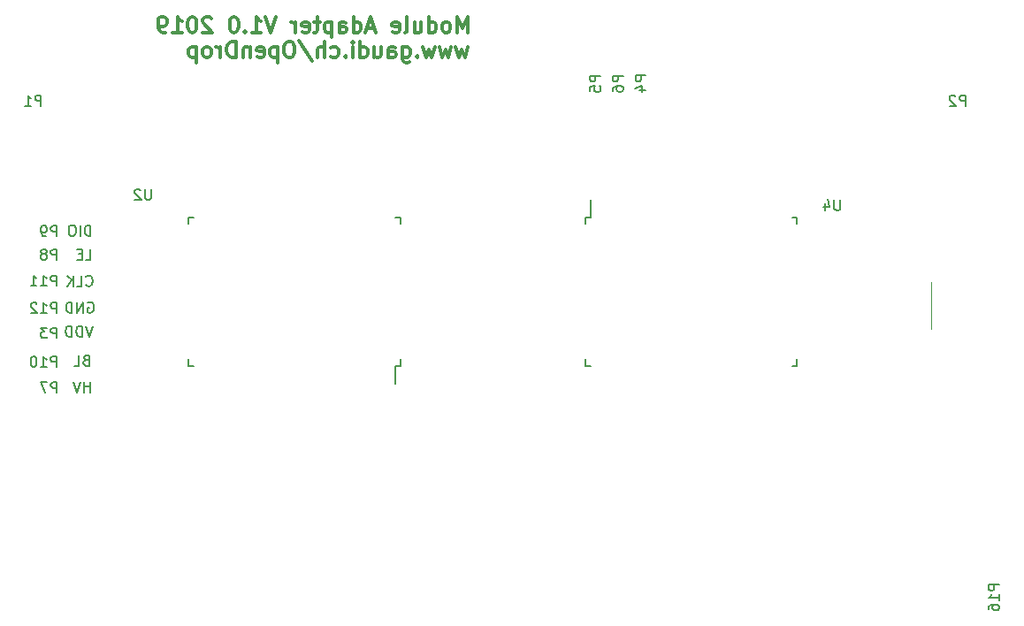
<source format=gbr>
G04 #@! TF.GenerationSoftware,KiCad,Pcbnew,5.0.2-bee76a0~70~ubuntu18.04.1*
G04 #@! TF.CreationDate,2019-04-15T15:13:08+02:00*
G04 #@! TF.ProjectId,ModulAdapter,4d6f6475-6c41-4646-9170-7465722e6b69,rev?*
G04 #@! TF.SameCoordinates,Original*
G04 #@! TF.FileFunction,Legend,Bot*
G04 #@! TF.FilePolarity,Positive*
%FSLAX46Y46*%
G04 Gerber Fmt 4.6, Leading zero omitted, Abs format (unit mm)*
G04 Created by KiCad (PCBNEW 5.0.2-bee76a0~70~ubuntu18.04.1) date Mo 15 Apr 2019 15:13:08 CEST*
%MOMM*%
%LPD*%
G01*
G04 APERTURE LIST*
%ADD10C,0.100000*%
%ADD11C,0.200000*%
%ADD12C,0.300000*%
%ADD13C,0.150000*%
G04 APERTURE END LIST*
D10*
X142000000Y-98603000D02*
X142000000Y-103048000D01*
D11*
X61420285Y-109123380D02*
X61420285Y-108123380D01*
X61420285Y-108599571D02*
X60848857Y-108599571D01*
X60848857Y-109123380D02*
X60848857Y-108123380D01*
X60515523Y-108123380D02*
X60182190Y-109123380D01*
X59848857Y-108123380D01*
X61658333Y-102789380D02*
X61325000Y-103789380D01*
X60991666Y-102789380D01*
X60658333Y-103789380D02*
X60658333Y-102789380D01*
X60420238Y-102789380D01*
X60277380Y-102837000D01*
X60182142Y-102932238D01*
X60134523Y-103027476D01*
X60086904Y-103217952D01*
X60086904Y-103360809D01*
X60134523Y-103551285D01*
X60182142Y-103646523D01*
X60277380Y-103741761D01*
X60420238Y-103789380D01*
X60658333Y-103789380D01*
X59658333Y-103789380D02*
X59658333Y-102789380D01*
X59420238Y-102789380D01*
X59277380Y-102837000D01*
X59182142Y-102932238D01*
X59134523Y-103027476D01*
X59086904Y-103217952D01*
X59086904Y-103360809D01*
X59134523Y-103551285D01*
X59182142Y-103646523D01*
X59277380Y-103741761D01*
X59420238Y-103789380D01*
X59658333Y-103789380D01*
X61213904Y-100551000D02*
X61309142Y-100503380D01*
X61452000Y-100503380D01*
X61594857Y-100551000D01*
X61690095Y-100646238D01*
X61737714Y-100741476D01*
X61785333Y-100931952D01*
X61785333Y-101074809D01*
X61737714Y-101265285D01*
X61690095Y-101360523D01*
X61594857Y-101455761D01*
X61452000Y-101503380D01*
X61356761Y-101503380D01*
X61213904Y-101455761D01*
X61166285Y-101408142D01*
X61166285Y-101074809D01*
X61356761Y-101074809D01*
X60737714Y-101503380D02*
X60737714Y-100503380D01*
X60166285Y-101503380D01*
X60166285Y-100503380D01*
X59690095Y-101503380D02*
X59690095Y-100503380D01*
X59452000Y-100503380D01*
X59309142Y-100551000D01*
X59213904Y-100646238D01*
X59166285Y-100741476D01*
X59118666Y-100931952D01*
X59118666Y-101074809D01*
X59166285Y-101265285D01*
X59213904Y-101360523D01*
X59309142Y-101455761D01*
X59452000Y-101503380D01*
X59690095Y-101503380D01*
X61047238Y-98868142D02*
X61094857Y-98915761D01*
X61237714Y-98963380D01*
X61332952Y-98963380D01*
X61475809Y-98915761D01*
X61571047Y-98820523D01*
X61618666Y-98725285D01*
X61666285Y-98534809D01*
X61666285Y-98391952D01*
X61618666Y-98201476D01*
X61571047Y-98106238D01*
X61475809Y-98011000D01*
X61332952Y-97963380D01*
X61237714Y-97963380D01*
X61094857Y-98011000D01*
X61047238Y-98058619D01*
X60142476Y-98963380D02*
X60618666Y-98963380D01*
X60618666Y-97963380D01*
X59809142Y-98963380D02*
X59809142Y-97963380D01*
X59237714Y-98963380D02*
X59666285Y-98391952D01*
X59237714Y-97963380D02*
X59809142Y-98534809D01*
X60975857Y-96423380D02*
X61452047Y-96423380D01*
X61452047Y-95423380D01*
X60642523Y-95899571D02*
X60309190Y-95899571D01*
X60166333Y-96423380D02*
X60642523Y-96423380D01*
X60642523Y-95423380D01*
X60166333Y-95423380D01*
X61475809Y-94137380D02*
X61475809Y-93137380D01*
X61237714Y-93137380D01*
X61094857Y-93185000D01*
X60999619Y-93280238D01*
X60952000Y-93375476D01*
X60904380Y-93565952D01*
X60904380Y-93708809D01*
X60952000Y-93899285D01*
X60999619Y-93994523D01*
X61094857Y-94089761D01*
X61237714Y-94137380D01*
X61475809Y-94137380D01*
X60475809Y-94137380D02*
X60475809Y-93137380D01*
X59809142Y-93137380D02*
X59618666Y-93137380D01*
X59523428Y-93185000D01*
X59428190Y-93280238D01*
X59380571Y-93470714D01*
X59380571Y-93804047D01*
X59428190Y-93994523D01*
X59523428Y-94089761D01*
X59618666Y-94137380D01*
X59809142Y-94137380D01*
X59904380Y-94089761D01*
X59999619Y-93994523D01*
X60047238Y-93804047D01*
X60047238Y-93470714D01*
X59999619Y-93280238D01*
X59904380Y-93185000D01*
X59809142Y-93137380D01*
X61039333Y-106059571D02*
X60896476Y-106107190D01*
X60848857Y-106154809D01*
X60801238Y-106250047D01*
X60801238Y-106392904D01*
X60848857Y-106488142D01*
X60896476Y-106535761D01*
X60991714Y-106583380D01*
X61372666Y-106583380D01*
X61372666Y-105583380D01*
X61039333Y-105583380D01*
X60944095Y-105631000D01*
X60896476Y-105678619D01*
X60848857Y-105773857D01*
X60848857Y-105869095D01*
X60896476Y-105964333D01*
X60944095Y-106011952D01*
X61039333Y-106059571D01*
X61372666Y-106059571D01*
X59896476Y-106583380D02*
X60372666Y-106583380D01*
X60372666Y-105583380D01*
D12*
X97565714Y-74668571D02*
X97565714Y-73168571D01*
X97065714Y-74240000D01*
X96565714Y-73168571D01*
X96565714Y-74668571D01*
X95637142Y-74668571D02*
X95780000Y-74597142D01*
X95851428Y-74525714D01*
X95922857Y-74382857D01*
X95922857Y-73954285D01*
X95851428Y-73811428D01*
X95780000Y-73740000D01*
X95637142Y-73668571D01*
X95422857Y-73668571D01*
X95280000Y-73740000D01*
X95208571Y-73811428D01*
X95137142Y-73954285D01*
X95137142Y-74382857D01*
X95208571Y-74525714D01*
X95280000Y-74597142D01*
X95422857Y-74668571D01*
X95637142Y-74668571D01*
X93851428Y-74668571D02*
X93851428Y-73168571D01*
X93851428Y-74597142D02*
X93994285Y-74668571D01*
X94280000Y-74668571D01*
X94422857Y-74597142D01*
X94494285Y-74525714D01*
X94565714Y-74382857D01*
X94565714Y-73954285D01*
X94494285Y-73811428D01*
X94422857Y-73740000D01*
X94280000Y-73668571D01*
X93994285Y-73668571D01*
X93851428Y-73740000D01*
X92494285Y-73668571D02*
X92494285Y-74668571D01*
X93137142Y-73668571D02*
X93137142Y-74454285D01*
X93065714Y-74597142D01*
X92922857Y-74668571D01*
X92708571Y-74668571D01*
X92565714Y-74597142D01*
X92494285Y-74525714D01*
X91565714Y-74668571D02*
X91708571Y-74597142D01*
X91780000Y-74454285D01*
X91780000Y-73168571D01*
X90422857Y-74597142D02*
X90565714Y-74668571D01*
X90851428Y-74668571D01*
X90994285Y-74597142D01*
X91065714Y-74454285D01*
X91065714Y-73882857D01*
X90994285Y-73740000D01*
X90851428Y-73668571D01*
X90565714Y-73668571D01*
X90422857Y-73740000D01*
X90351428Y-73882857D01*
X90351428Y-74025714D01*
X91065714Y-74168571D01*
X88637142Y-74240000D02*
X87922857Y-74240000D01*
X88780000Y-74668571D02*
X88280000Y-73168571D01*
X87780000Y-74668571D01*
X86637142Y-74668571D02*
X86637142Y-73168571D01*
X86637142Y-74597142D02*
X86780000Y-74668571D01*
X87065714Y-74668571D01*
X87208571Y-74597142D01*
X87280000Y-74525714D01*
X87351428Y-74382857D01*
X87351428Y-73954285D01*
X87280000Y-73811428D01*
X87208571Y-73740000D01*
X87065714Y-73668571D01*
X86780000Y-73668571D01*
X86637142Y-73740000D01*
X85280000Y-74668571D02*
X85280000Y-73882857D01*
X85351428Y-73740000D01*
X85494285Y-73668571D01*
X85780000Y-73668571D01*
X85922857Y-73740000D01*
X85280000Y-74597142D02*
X85422857Y-74668571D01*
X85780000Y-74668571D01*
X85922857Y-74597142D01*
X85994285Y-74454285D01*
X85994285Y-74311428D01*
X85922857Y-74168571D01*
X85780000Y-74097142D01*
X85422857Y-74097142D01*
X85280000Y-74025714D01*
X84565714Y-73668571D02*
X84565714Y-75168571D01*
X84565714Y-73740000D02*
X84422857Y-73668571D01*
X84137142Y-73668571D01*
X83994285Y-73740000D01*
X83922857Y-73811428D01*
X83851428Y-73954285D01*
X83851428Y-74382857D01*
X83922857Y-74525714D01*
X83994285Y-74597142D01*
X84137142Y-74668571D01*
X84422857Y-74668571D01*
X84565714Y-74597142D01*
X83422857Y-73668571D02*
X82851428Y-73668571D01*
X83208571Y-73168571D02*
X83208571Y-74454285D01*
X83137142Y-74597142D01*
X82994285Y-74668571D01*
X82851428Y-74668571D01*
X81780000Y-74597142D02*
X81922857Y-74668571D01*
X82208571Y-74668571D01*
X82351428Y-74597142D01*
X82422857Y-74454285D01*
X82422857Y-73882857D01*
X82351428Y-73740000D01*
X82208571Y-73668571D01*
X81922857Y-73668571D01*
X81780000Y-73740000D01*
X81708571Y-73882857D01*
X81708571Y-74025714D01*
X82422857Y-74168571D01*
X81065714Y-74668571D02*
X81065714Y-73668571D01*
X81065714Y-73954285D02*
X80994285Y-73811428D01*
X80922857Y-73740000D01*
X80780000Y-73668571D01*
X80637142Y-73668571D01*
X79208571Y-73168571D02*
X78708571Y-74668571D01*
X78208571Y-73168571D01*
X76922857Y-74668571D02*
X77780000Y-74668571D01*
X77351428Y-74668571D02*
X77351428Y-73168571D01*
X77494285Y-73382857D01*
X77637142Y-73525714D01*
X77780000Y-73597142D01*
X76280000Y-74525714D02*
X76208571Y-74597142D01*
X76280000Y-74668571D01*
X76351428Y-74597142D01*
X76280000Y-74525714D01*
X76280000Y-74668571D01*
X75280000Y-73168571D02*
X75137142Y-73168571D01*
X74994285Y-73240000D01*
X74922857Y-73311428D01*
X74851428Y-73454285D01*
X74780000Y-73740000D01*
X74780000Y-74097142D01*
X74851428Y-74382857D01*
X74922857Y-74525714D01*
X74994285Y-74597142D01*
X75137142Y-74668571D01*
X75280000Y-74668571D01*
X75422857Y-74597142D01*
X75494285Y-74525714D01*
X75565714Y-74382857D01*
X75637142Y-74097142D01*
X75637142Y-73740000D01*
X75565714Y-73454285D01*
X75494285Y-73311428D01*
X75422857Y-73240000D01*
X75280000Y-73168571D01*
X73065714Y-73311428D02*
X72994285Y-73240000D01*
X72851428Y-73168571D01*
X72494285Y-73168571D01*
X72351428Y-73240000D01*
X72280000Y-73311428D01*
X72208571Y-73454285D01*
X72208571Y-73597142D01*
X72280000Y-73811428D01*
X73137142Y-74668571D01*
X72208571Y-74668571D01*
X71280000Y-73168571D02*
X71137142Y-73168571D01*
X70994285Y-73240000D01*
X70922857Y-73311428D01*
X70851428Y-73454285D01*
X70780000Y-73740000D01*
X70780000Y-74097142D01*
X70851428Y-74382857D01*
X70922857Y-74525714D01*
X70994285Y-74597142D01*
X71137142Y-74668571D01*
X71280000Y-74668571D01*
X71422857Y-74597142D01*
X71494285Y-74525714D01*
X71565714Y-74382857D01*
X71637142Y-74097142D01*
X71637142Y-73740000D01*
X71565714Y-73454285D01*
X71494285Y-73311428D01*
X71422857Y-73240000D01*
X71280000Y-73168571D01*
X69351428Y-74668571D02*
X70208571Y-74668571D01*
X69780000Y-74668571D02*
X69780000Y-73168571D01*
X69922857Y-73382857D01*
X70065714Y-73525714D01*
X70208571Y-73597142D01*
X68637142Y-74668571D02*
X68351428Y-74668571D01*
X68208571Y-74597142D01*
X68137142Y-74525714D01*
X67994285Y-74311428D01*
X67922857Y-74025714D01*
X67922857Y-73454285D01*
X67994285Y-73311428D01*
X68065714Y-73240000D01*
X68208571Y-73168571D01*
X68494285Y-73168571D01*
X68637142Y-73240000D01*
X68708571Y-73311428D01*
X68780000Y-73454285D01*
X68780000Y-73811428D01*
X68708571Y-73954285D01*
X68637142Y-74025714D01*
X68494285Y-74097142D01*
X68208571Y-74097142D01*
X68065714Y-74025714D01*
X67994285Y-73954285D01*
X67922857Y-73811428D01*
X97582857Y-76058571D02*
X97297142Y-77058571D01*
X97011428Y-76344285D01*
X96725714Y-77058571D01*
X96440000Y-76058571D01*
X96011428Y-76058571D02*
X95725714Y-77058571D01*
X95440000Y-76344285D01*
X95154285Y-77058571D01*
X94868571Y-76058571D01*
X94440000Y-76058571D02*
X94154285Y-77058571D01*
X93868571Y-76344285D01*
X93582857Y-77058571D01*
X93297142Y-76058571D01*
X92725714Y-76915714D02*
X92654285Y-76987142D01*
X92725714Y-77058571D01*
X92797142Y-76987142D01*
X92725714Y-76915714D01*
X92725714Y-77058571D01*
X91368571Y-76058571D02*
X91368571Y-77272857D01*
X91440000Y-77415714D01*
X91511428Y-77487142D01*
X91654285Y-77558571D01*
X91868571Y-77558571D01*
X92011428Y-77487142D01*
X91368571Y-76987142D02*
X91511428Y-77058571D01*
X91797142Y-77058571D01*
X91940000Y-76987142D01*
X92011428Y-76915714D01*
X92082857Y-76772857D01*
X92082857Y-76344285D01*
X92011428Y-76201428D01*
X91940000Y-76130000D01*
X91797142Y-76058571D01*
X91511428Y-76058571D01*
X91368571Y-76130000D01*
X90011428Y-77058571D02*
X90011428Y-76272857D01*
X90082857Y-76130000D01*
X90225714Y-76058571D01*
X90511428Y-76058571D01*
X90654285Y-76130000D01*
X90011428Y-76987142D02*
X90154285Y-77058571D01*
X90511428Y-77058571D01*
X90654285Y-76987142D01*
X90725714Y-76844285D01*
X90725714Y-76701428D01*
X90654285Y-76558571D01*
X90511428Y-76487142D01*
X90154285Y-76487142D01*
X90011428Y-76415714D01*
X88654285Y-76058571D02*
X88654285Y-77058571D01*
X89297142Y-76058571D02*
X89297142Y-76844285D01*
X89225714Y-76987142D01*
X89082857Y-77058571D01*
X88868571Y-77058571D01*
X88725714Y-76987142D01*
X88654285Y-76915714D01*
X87297142Y-77058571D02*
X87297142Y-75558571D01*
X87297142Y-76987142D02*
X87440000Y-77058571D01*
X87725714Y-77058571D01*
X87868571Y-76987142D01*
X87940000Y-76915714D01*
X88011428Y-76772857D01*
X88011428Y-76344285D01*
X87940000Y-76201428D01*
X87868571Y-76130000D01*
X87725714Y-76058571D01*
X87440000Y-76058571D01*
X87297142Y-76130000D01*
X86582857Y-77058571D02*
X86582857Y-76058571D01*
X86582857Y-75558571D02*
X86654285Y-75630000D01*
X86582857Y-75701428D01*
X86511428Y-75630000D01*
X86582857Y-75558571D01*
X86582857Y-75701428D01*
X85868571Y-76915714D02*
X85797142Y-76987142D01*
X85868571Y-77058571D01*
X85940000Y-76987142D01*
X85868571Y-76915714D01*
X85868571Y-77058571D01*
X84511428Y-76987142D02*
X84654285Y-77058571D01*
X84940000Y-77058571D01*
X85082857Y-76987142D01*
X85154285Y-76915714D01*
X85225714Y-76772857D01*
X85225714Y-76344285D01*
X85154285Y-76201428D01*
X85082857Y-76130000D01*
X84940000Y-76058571D01*
X84654285Y-76058571D01*
X84511428Y-76130000D01*
X83868571Y-77058571D02*
X83868571Y-75558571D01*
X83225714Y-77058571D02*
X83225714Y-76272857D01*
X83297142Y-76130000D01*
X83440000Y-76058571D01*
X83654285Y-76058571D01*
X83797142Y-76130000D01*
X83868571Y-76201428D01*
X81440000Y-75487142D02*
X82725714Y-77415714D01*
X80654285Y-75558571D02*
X80368571Y-75558571D01*
X80225714Y-75630000D01*
X80082857Y-75772857D01*
X80011428Y-76058571D01*
X80011428Y-76558571D01*
X80082857Y-76844285D01*
X80225714Y-76987142D01*
X80368571Y-77058571D01*
X80654285Y-77058571D01*
X80797142Y-76987142D01*
X80940000Y-76844285D01*
X81011428Y-76558571D01*
X81011428Y-76058571D01*
X80940000Y-75772857D01*
X80797142Y-75630000D01*
X80654285Y-75558571D01*
X79368571Y-76058571D02*
X79368571Y-77558571D01*
X79368571Y-76130000D02*
X79225714Y-76058571D01*
X78940000Y-76058571D01*
X78797142Y-76130000D01*
X78725714Y-76201428D01*
X78654285Y-76344285D01*
X78654285Y-76772857D01*
X78725714Y-76915714D01*
X78797142Y-76987142D01*
X78940000Y-77058571D01*
X79225714Y-77058571D01*
X79368571Y-76987142D01*
X77440000Y-76987142D02*
X77582857Y-77058571D01*
X77868571Y-77058571D01*
X78011428Y-76987142D01*
X78082857Y-76844285D01*
X78082857Y-76272857D01*
X78011428Y-76130000D01*
X77868571Y-76058571D01*
X77582857Y-76058571D01*
X77440000Y-76130000D01*
X77368571Y-76272857D01*
X77368571Y-76415714D01*
X78082857Y-76558571D01*
X76725714Y-76058571D02*
X76725714Y-77058571D01*
X76725714Y-76201428D02*
X76654285Y-76130000D01*
X76511428Y-76058571D01*
X76297142Y-76058571D01*
X76154285Y-76130000D01*
X76082857Y-76272857D01*
X76082857Y-77058571D01*
X75368571Y-77058571D02*
X75368571Y-75558571D01*
X75011428Y-75558571D01*
X74797142Y-75630000D01*
X74654285Y-75772857D01*
X74582857Y-75915714D01*
X74511428Y-76201428D01*
X74511428Y-76415714D01*
X74582857Y-76701428D01*
X74654285Y-76844285D01*
X74797142Y-76987142D01*
X75011428Y-77058571D01*
X75368571Y-77058571D01*
X73868571Y-77058571D02*
X73868571Y-76058571D01*
X73868571Y-76344285D02*
X73797142Y-76201428D01*
X73725714Y-76130000D01*
X73582857Y-76058571D01*
X73440000Y-76058571D01*
X72725714Y-77058571D02*
X72868571Y-76987142D01*
X72940000Y-76915714D01*
X73011428Y-76772857D01*
X73011428Y-76344285D01*
X72940000Y-76201428D01*
X72868571Y-76130000D01*
X72725714Y-76058571D01*
X72511428Y-76058571D01*
X72368571Y-76130000D01*
X72297142Y-76201428D01*
X72225714Y-76344285D01*
X72225714Y-76772857D01*
X72297142Y-76915714D01*
X72368571Y-76987142D01*
X72511428Y-77058571D01*
X72725714Y-77058571D01*
X71582857Y-76058571D02*
X71582857Y-77558571D01*
X71582857Y-76130000D02*
X71440000Y-76058571D01*
X71154285Y-76058571D01*
X71011428Y-76130000D01*
X70940000Y-76201428D01*
X70868571Y-76344285D01*
X70868571Y-76772857D01*
X70940000Y-76915714D01*
X71011428Y-76987142D01*
X71154285Y-77058571D01*
X71440000Y-77058571D01*
X71582857Y-76987142D01*
D13*
G04 #@! TO.C,U4*
X108875000Y-92375000D02*
X109325000Y-92375000D01*
X108875000Y-106625000D02*
X109325000Y-106625000D01*
X129125000Y-106625000D02*
X128675000Y-106625000D01*
X129125000Y-92375000D02*
X128675000Y-92375000D01*
X108875000Y-92375000D02*
X108875000Y-93025000D01*
X129125000Y-92375000D02*
X129125000Y-93025000D01*
X129125000Y-106625000D02*
X129125000Y-105975000D01*
X108875000Y-106625000D02*
X108875000Y-105975000D01*
X109325000Y-92375000D02*
X109325000Y-90700000D01*
G04 #@! TO.C,U2*
X91125000Y-106625000D02*
X90675000Y-106625000D01*
X91125000Y-92375000D02*
X90675000Y-92375000D01*
X70875000Y-92375000D02*
X71325000Y-92375000D01*
X70875000Y-106625000D02*
X71325000Y-106625000D01*
X91125000Y-106625000D02*
X91125000Y-105975000D01*
X70875000Y-106625000D02*
X70875000Y-105975000D01*
X70875000Y-92375000D02*
X70875000Y-93025000D01*
X91125000Y-92375000D02*
X91125000Y-93025000D01*
X90675000Y-106625000D02*
X90675000Y-108300000D01*
G04 #@! TO.C,P1*
X56738095Y-81702380D02*
X56738095Y-80702380D01*
X56357142Y-80702380D01*
X56261904Y-80750000D01*
X56214285Y-80797619D01*
X56166666Y-80892857D01*
X56166666Y-81035714D01*
X56214285Y-81130952D01*
X56261904Y-81178571D01*
X56357142Y-81226190D01*
X56738095Y-81226190D01*
X55214285Y-81702380D02*
X55785714Y-81702380D01*
X55500000Y-81702380D02*
X55500000Y-80702380D01*
X55595238Y-80845238D01*
X55690476Y-80940476D01*
X55785714Y-80988095D01*
G04 #@! TO.C,P9*
X58238095Y-94202380D02*
X58238095Y-93202380D01*
X57857142Y-93202380D01*
X57761904Y-93250000D01*
X57714285Y-93297619D01*
X57666666Y-93392857D01*
X57666666Y-93535714D01*
X57714285Y-93630952D01*
X57761904Y-93678571D01*
X57857142Y-93726190D01*
X58238095Y-93726190D01*
X57190476Y-94202380D02*
X57000000Y-94202380D01*
X56904761Y-94154761D01*
X56857142Y-94107142D01*
X56761904Y-93964285D01*
X56714285Y-93773809D01*
X56714285Y-93392857D01*
X56761904Y-93297619D01*
X56809523Y-93250000D01*
X56904761Y-93202380D01*
X57095238Y-93202380D01*
X57190476Y-93250000D01*
X57238095Y-93297619D01*
X57285714Y-93392857D01*
X57285714Y-93630952D01*
X57238095Y-93726190D01*
X57190476Y-93773809D01*
X57095238Y-93821428D01*
X56904761Y-93821428D01*
X56809523Y-93773809D01*
X56761904Y-93726190D01*
X56714285Y-93630952D01*
G04 #@! TO.C,P8*
X58238095Y-96452380D02*
X58238095Y-95452380D01*
X57857142Y-95452380D01*
X57761904Y-95500000D01*
X57714285Y-95547619D01*
X57666666Y-95642857D01*
X57666666Y-95785714D01*
X57714285Y-95880952D01*
X57761904Y-95928571D01*
X57857142Y-95976190D01*
X58238095Y-95976190D01*
X57095238Y-95880952D02*
X57190476Y-95833333D01*
X57238095Y-95785714D01*
X57285714Y-95690476D01*
X57285714Y-95642857D01*
X57238095Y-95547619D01*
X57190476Y-95500000D01*
X57095238Y-95452380D01*
X56904761Y-95452380D01*
X56809523Y-95500000D01*
X56761904Y-95547619D01*
X56714285Y-95642857D01*
X56714285Y-95690476D01*
X56761904Y-95785714D01*
X56809523Y-95833333D01*
X56904761Y-95880952D01*
X57095238Y-95880952D01*
X57190476Y-95928571D01*
X57238095Y-95976190D01*
X57285714Y-96071428D01*
X57285714Y-96261904D01*
X57238095Y-96357142D01*
X57190476Y-96404761D01*
X57095238Y-96452380D01*
X56904761Y-96452380D01*
X56809523Y-96404761D01*
X56761904Y-96357142D01*
X56714285Y-96261904D01*
X56714285Y-96071428D01*
X56761904Y-95976190D01*
X56809523Y-95928571D01*
X56904761Y-95880952D01*
G04 #@! TO.C,P2*
X145238095Y-81702380D02*
X145238095Y-80702380D01*
X144857142Y-80702380D01*
X144761904Y-80750000D01*
X144714285Y-80797619D01*
X144666666Y-80892857D01*
X144666666Y-81035714D01*
X144714285Y-81130952D01*
X144761904Y-81178571D01*
X144857142Y-81226190D01*
X145238095Y-81226190D01*
X144285714Y-80797619D02*
X144238095Y-80750000D01*
X144142857Y-80702380D01*
X143904761Y-80702380D01*
X143809523Y-80750000D01*
X143761904Y-80797619D01*
X143714285Y-80892857D01*
X143714285Y-80988095D01*
X143761904Y-81130952D01*
X144333333Y-81702380D01*
X143714285Y-81702380D01*
G04 #@! TO.C,P3*
X58238095Y-103952380D02*
X58238095Y-102952380D01*
X57857142Y-102952380D01*
X57761904Y-103000000D01*
X57714285Y-103047619D01*
X57666666Y-103142857D01*
X57666666Y-103285714D01*
X57714285Y-103380952D01*
X57761904Y-103428571D01*
X57857142Y-103476190D01*
X58238095Y-103476190D01*
X57333333Y-102952380D02*
X56714285Y-102952380D01*
X57047619Y-103333333D01*
X56904761Y-103333333D01*
X56809523Y-103380952D01*
X56761904Y-103428571D01*
X56714285Y-103523809D01*
X56714285Y-103761904D01*
X56761904Y-103857142D01*
X56809523Y-103904761D01*
X56904761Y-103952380D01*
X57190476Y-103952380D01*
X57285714Y-103904761D01*
X57333333Y-103857142D01*
G04 #@! TO.C,P7*
X58238095Y-109182380D02*
X58238095Y-108182380D01*
X57857142Y-108182380D01*
X57761904Y-108230000D01*
X57714285Y-108277619D01*
X57666666Y-108372857D01*
X57666666Y-108515714D01*
X57714285Y-108610952D01*
X57761904Y-108658571D01*
X57857142Y-108706190D01*
X58238095Y-108706190D01*
X57333333Y-108182380D02*
X56666666Y-108182380D01*
X57095238Y-109182380D01*
G04 #@! TO.C,P10*
X58214285Y-106702380D02*
X58214285Y-105702380D01*
X57833333Y-105702380D01*
X57738095Y-105750000D01*
X57690476Y-105797619D01*
X57642857Y-105892857D01*
X57642857Y-106035714D01*
X57690476Y-106130952D01*
X57738095Y-106178571D01*
X57833333Y-106226190D01*
X58214285Y-106226190D01*
X56690476Y-106702380D02*
X57261904Y-106702380D01*
X56976190Y-106702380D02*
X56976190Y-105702380D01*
X57071428Y-105845238D01*
X57166666Y-105940476D01*
X57261904Y-105988095D01*
X56071428Y-105702380D02*
X55976190Y-105702380D01*
X55880952Y-105750000D01*
X55833333Y-105797619D01*
X55785714Y-105892857D01*
X55738095Y-106083333D01*
X55738095Y-106321428D01*
X55785714Y-106511904D01*
X55833333Y-106607142D01*
X55880952Y-106654761D01*
X55976190Y-106702380D01*
X56071428Y-106702380D01*
X56166666Y-106654761D01*
X56214285Y-106607142D01*
X56261904Y-106511904D01*
X56309523Y-106321428D01*
X56309523Y-106083333D01*
X56261904Y-105892857D01*
X56214285Y-105797619D01*
X56166666Y-105750000D01*
X56071428Y-105702380D01*
G04 #@! TO.C,P11*
X58214285Y-98952380D02*
X58214285Y-97952380D01*
X57833333Y-97952380D01*
X57738095Y-98000000D01*
X57690476Y-98047619D01*
X57642857Y-98142857D01*
X57642857Y-98285714D01*
X57690476Y-98380952D01*
X57738095Y-98428571D01*
X57833333Y-98476190D01*
X58214285Y-98476190D01*
X56690476Y-98952380D02*
X57261904Y-98952380D01*
X56976190Y-98952380D02*
X56976190Y-97952380D01*
X57071428Y-98095238D01*
X57166666Y-98190476D01*
X57261904Y-98238095D01*
X55738095Y-98952380D02*
X56309523Y-98952380D01*
X56023809Y-98952380D02*
X56023809Y-97952380D01*
X56119047Y-98095238D01*
X56214285Y-98190476D01*
X56309523Y-98238095D01*
G04 #@! TO.C,P12*
X58214285Y-101562380D02*
X58214285Y-100562380D01*
X57833333Y-100562380D01*
X57738095Y-100610000D01*
X57690476Y-100657619D01*
X57642857Y-100752857D01*
X57642857Y-100895714D01*
X57690476Y-100990952D01*
X57738095Y-101038571D01*
X57833333Y-101086190D01*
X58214285Y-101086190D01*
X56690476Y-101562380D02*
X57261904Y-101562380D01*
X56976190Y-101562380D02*
X56976190Y-100562380D01*
X57071428Y-100705238D01*
X57166666Y-100800476D01*
X57261904Y-100848095D01*
X56309523Y-100657619D02*
X56261904Y-100610000D01*
X56166666Y-100562380D01*
X55928571Y-100562380D01*
X55833333Y-100610000D01*
X55785714Y-100657619D01*
X55738095Y-100752857D01*
X55738095Y-100848095D01*
X55785714Y-100990952D01*
X56357142Y-101562380D01*
X55738095Y-101562380D01*
G04 #@! TO.C,P16*
X148452380Y-127535714D02*
X147452380Y-127535714D01*
X147452380Y-127916666D01*
X147500000Y-128011904D01*
X147547619Y-128059523D01*
X147642857Y-128107142D01*
X147785714Y-128107142D01*
X147880952Y-128059523D01*
X147928571Y-128011904D01*
X147976190Y-127916666D01*
X147976190Y-127535714D01*
X148452380Y-129059523D02*
X148452380Y-128488095D01*
X148452380Y-128773809D02*
X147452380Y-128773809D01*
X147595238Y-128678571D01*
X147690476Y-128583333D01*
X147738095Y-128488095D01*
X147452380Y-129916666D02*
X147452380Y-129726190D01*
X147500000Y-129630952D01*
X147547619Y-129583333D01*
X147690476Y-129488095D01*
X147880952Y-129440476D01*
X148261904Y-129440476D01*
X148357142Y-129488095D01*
X148404761Y-129535714D01*
X148452380Y-129630952D01*
X148452380Y-129821428D01*
X148404761Y-129916666D01*
X148357142Y-129964285D01*
X148261904Y-130011904D01*
X148023809Y-130011904D01*
X147928571Y-129964285D01*
X147880952Y-129916666D01*
X147833333Y-129821428D01*
X147833333Y-129630952D01*
X147880952Y-129535714D01*
X147928571Y-129488095D01*
X148023809Y-129440476D01*
G04 #@! TO.C,P4*
X114643380Y-78808904D02*
X113643380Y-78808904D01*
X113643380Y-79189857D01*
X113691000Y-79285095D01*
X113738619Y-79332714D01*
X113833857Y-79380333D01*
X113976714Y-79380333D01*
X114071952Y-79332714D01*
X114119571Y-79285095D01*
X114167190Y-79189857D01*
X114167190Y-78808904D01*
X113976714Y-80237476D02*
X114643380Y-80237476D01*
X113595761Y-79999380D02*
X114310047Y-79761285D01*
X114310047Y-80380333D01*
G04 #@! TO.C,P5*
X110299380Y-78830404D02*
X109299380Y-78830404D01*
X109299380Y-79211357D01*
X109347000Y-79306595D01*
X109394619Y-79354214D01*
X109489857Y-79401833D01*
X109632714Y-79401833D01*
X109727952Y-79354214D01*
X109775571Y-79306595D01*
X109823190Y-79211357D01*
X109823190Y-78830404D01*
X109299380Y-80306595D02*
X109299380Y-79830404D01*
X109775571Y-79782785D01*
X109727952Y-79830404D01*
X109680333Y-79925642D01*
X109680333Y-80163738D01*
X109727952Y-80258976D01*
X109775571Y-80306595D01*
X109870809Y-80354214D01*
X110108904Y-80354214D01*
X110204142Y-80306595D01*
X110251761Y-80258976D01*
X110299380Y-80163738D01*
X110299380Y-79925642D01*
X110251761Y-79830404D01*
X110204142Y-79782785D01*
G04 #@! TO.C,P6*
X112458380Y-78830404D02*
X111458380Y-78830404D01*
X111458380Y-79211357D01*
X111506000Y-79306595D01*
X111553619Y-79354214D01*
X111648857Y-79401833D01*
X111791714Y-79401833D01*
X111886952Y-79354214D01*
X111934571Y-79306595D01*
X111982190Y-79211357D01*
X111982190Y-78830404D01*
X111458380Y-80258976D02*
X111458380Y-80068500D01*
X111506000Y-79973261D01*
X111553619Y-79925642D01*
X111696476Y-79830404D01*
X111886952Y-79782785D01*
X112267904Y-79782785D01*
X112363142Y-79830404D01*
X112410761Y-79878023D01*
X112458380Y-79973261D01*
X112458380Y-80163738D01*
X112410761Y-80258976D01*
X112363142Y-80306595D01*
X112267904Y-80354214D01*
X112029809Y-80354214D01*
X111934571Y-80306595D01*
X111886952Y-80258976D01*
X111839333Y-80163738D01*
X111839333Y-79973261D01*
X111886952Y-79878023D01*
X111934571Y-79830404D01*
X112029809Y-79782785D01*
G04 #@! TO.C,U4*
X133255904Y-90702380D02*
X133255904Y-91511904D01*
X133208285Y-91607142D01*
X133160666Y-91654761D01*
X133065428Y-91702380D01*
X132874952Y-91702380D01*
X132779714Y-91654761D01*
X132732095Y-91607142D01*
X132684476Y-91511904D01*
X132684476Y-90702380D01*
X131779714Y-91035714D02*
X131779714Y-91702380D01*
X132017809Y-90654761D02*
X132255904Y-91369047D01*
X131636857Y-91369047D01*
G04 #@! TO.C,U2*
X67261904Y-89702380D02*
X67261904Y-90511904D01*
X67214285Y-90607142D01*
X67166666Y-90654761D01*
X67071428Y-90702380D01*
X66880952Y-90702380D01*
X66785714Y-90654761D01*
X66738095Y-90607142D01*
X66690476Y-90511904D01*
X66690476Y-89702380D01*
X66261904Y-89797619D02*
X66214285Y-89750000D01*
X66119047Y-89702380D01*
X65880952Y-89702380D01*
X65785714Y-89750000D01*
X65738095Y-89797619D01*
X65690476Y-89892857D01*
X65690476Y-89988095D01*
X65738095Y-90130952D01*
X66309523Y-90702380D01*
X65690476Y-90702380D01*
G04 #@! TD*
M02*

</source>
